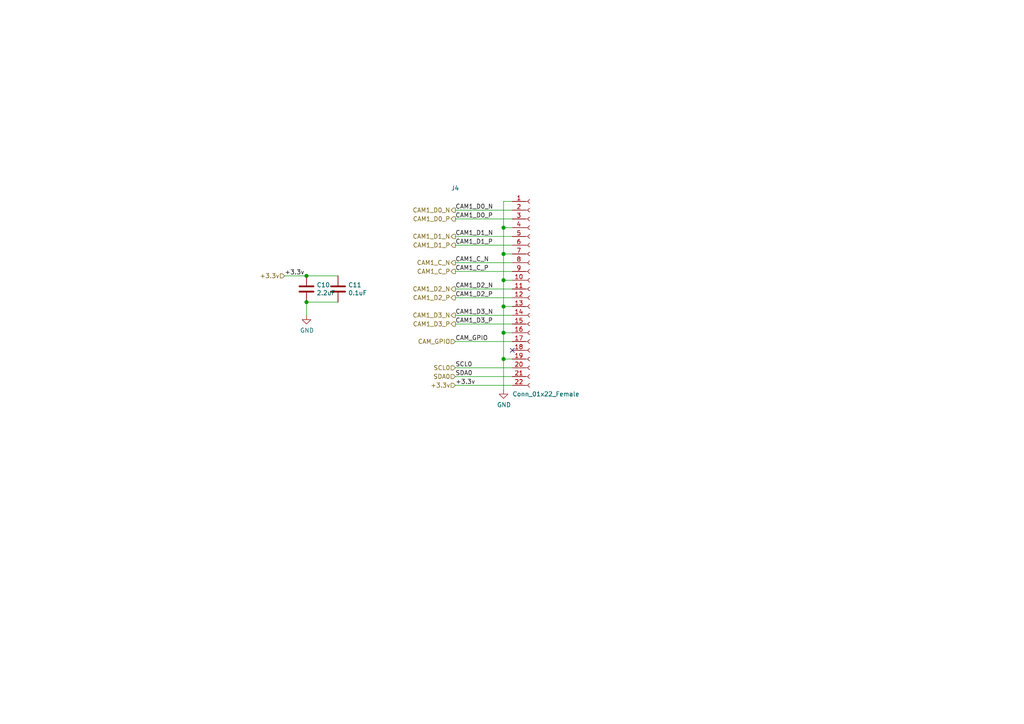
<source format=kicad_sch>
(kicad_sch (version 20210406) (generator eeschema)
  (paper "A4")
  (lib_symbols
    (symbol "Connector:Conn_01x22_Female" (pin_names (offset 1.016) hide)
      (property "Reference" "J" (at 0 27.94 0))
      (property "Value" "Conn_01x22_Female" (at 0 -30.48 0))
      (symbol "Conn_01x22_Female_1_1"
        (arc (start 0 -27.432) (end 0 -28.448) (radius (at 0 -27.94) (length 0.508) (angles 90.1 -90.1)) (stroke (width 0.1524)))
        (arc (start 0 -24.892) (end 0 -25.908) (radius (at 0 -25.4) (length 0.508) (angles 90.1 -90.1)) (stroke (width 0.1524)))
        (arc (start 0 -22.352) (end 0 -23.368) (radius (at 0 -22.86) (length 0.508) (angles 90.1 -90.1)) (stroke (width 0.1524)))
        (arc (start 0 -19.812) (end 0 -20.828) (radius (at 0 -20.32) (length 0.508) (angles 90.1 -90.1)) (stroke (width 0.1524)))
        (arc (start 0 -17.272) (end 0 -18.288) (radius (at 0 -17.78) (length 0.508) (angles 90.1 -90.1)) (stroke (width 0.1524)))
        (arc (start 0 -14.732) (end 0 -15.748) (radius (at 0 -15.24) (length 0.508) (angles 90.1 -90.1)) (stroke (width 0.1524)))
        (arc (start 0 -12.192) (end 0 -13.208) (radius (at 0 -12.7) (length 0.508) (angles 90.1 -90.1)) (stroke (width 0.1524)))
        (arc (start 0 -9.652) (end 0 -10.668) (radius (at 0 -10.16) (length 0.508) (angles 90.1 -90.1)) (stroke (width 0.1524)))
        (arc (start 0 -7.112) (end 0 -8.128) (radius (at 0 -7.62) (length 0.508) (angles 90.1 -90.1)) (stroke (width 0.1524)))
        (arc (start 0 -4.572) (end 0 -5.588) (radius (at 0 -5.08) (length 0.508) (angles 90.1 -90.1)) (stroke (width 0.1524)))
        (arc (start 0 -2.032) (end 0 -3.048) (radius (at 0 -2.54) (length 0.508) (angles 90.1 -90.1)) (stroke (width 0.1524)))
        (arc (start 0 0.508) (end 0 -0.508) (radius (at 0 0) (length 0.508) (angles 90.1 -90.1)) (stroke (width 0.1524)))
        (arc (start 0 3.048) (end 0 2.032) (radius (at 0 2.54) (length 0.508) (angles 90.1 -90.1)) (stroke (width 0.1524)))
        (arc (start 0 5.588) (end 0 4.572) (radius (at 0 5.08) (length 0.508) (angles 90.1 -90.1)) (stroke (width 0.1524)))
        (arc (start 0 8.128) (end 0 7.112) (radius (at 0 7.62) (length 0.508) (angles 90.1 -90.1)) (stroke (width 0.1524)))
        (arc (start 0 10.668) (end 0 9.652) (radius (at 0 10.16) (length 0.508) (angles 90.1 -90.1)) (stroke (width 0.1524)))
        (arc (start 0 13.208) (end 0 12.192) (radius (at 0 12.7) (length 0.508) (angles 90.1 -90.1)) (stroke (width 0.1524)))
        (arc (start 0 15.748) (end 0 14.732) (radius (at 0 15.24) (length 0.508) (angles 90.1 -90.1)) (stroke (width 0.1524)))
        (arc (start 0 18.288) (end 0 17.272) (radius (at 0 17.78) (length 0.508) (angles 90.1 -90.1)) (stroke (width 0.1524)))
        (arc (start 0 20.828) (end 0 19.812) (radius (at 0 20.32) (length 0.508) (angles 90.1 -90.1)) (stroke (width 0.1524)))
        (arc (start 0 23.368) (end 0 22.352) (radius (at 0 22.86) (length 0.508) (angles 90.1 -90.1)) (stroke (width 0.1524)))
        (arc (start 0 25.908) (end 0 24.892) (radius (at 0 25.4) (length 0.508) (angles 90.1 -90.1)) (stroke (width 0.1524)))
        (polyline (pts (xy -1.27 -27.94) (xy -0.508 -27.94)) (stroke (width 0.1524)))
        (polyline (pts (xy -1.27 -25.4) (xy -0.508 -25.4)) (stroke (width 0.1524)))
        (polyline (pts (xy -1.27 -22.86) (xy -0.508 -22.86)) (stroke (width 0.1524)))
        (polyline (pts (xy -1.27 -20.32) (xy -0.508 -20.32)) (stroke (width 0.1524)))
        (polyline (pts (xy -1.27 -17.78) (xy -0.508 -17.78)) (stroke (width 0.1524)))
        (polyline (pts (xy -1.27 -15.24) (xy -0.508 -15.24)) (stroke (width 0.1524)))
        (polyline (pts (xy -1.27 -12.7) (xy -0.508 -12.7)) (stroke (width 0.1524)))
        (polyline (pts (xy -1.27 -10.16) (xy -0.508 -10.16)) (stroke (width 0.1524)))
        (polyline (pts (xy -1.27 -7.62) (xy -0.508 -7.62)) (stroke (width 0.1524)))
        (polyline (pts (xy -1.27 -5.08) (xy -0.508 -5.08)) (stroke (width 0.1524)))
        (polyline (pts (xy -1.27 -2.54) (xy -0.508 -2.54)) (stroke (width 0.1524)))
        (polyline (pts (xy -1.27 0) (xy -0.508 0)) (stroke (width 0.1524)))
        (polyline (pts (xy -1.27 2.54) (xy -0.508 2.54)) (stroke (width 0.1524)))
        (polyline (pts (xy -1.27 5.08) (xy -0.508 5.08)) (stroke (width 0.1524)))
        (polyline (pts (xy -1.27 7.62) (xy -0.508 7.62)) (stroke (width 0.1524)))
        (polyline (pts (xy -1.27 10.16) (xy -0.508 10.16)) (stroke (width 0.1524)))
        (polyline (pts (xy -1.27 12.7) (xy -0.508 12.7)) (stroke (width 0.1524)))
        (polyline (pts (xy -1.27 15.24) (xy -0.508 15.24)) (stroke (width 0.1524)))
        (polyline (pts (xy -1.27 17.78) (xy -0.508 17.78)) (stroke (width 0.1524)))
        (polyline (pts (xy -1.27 20.32) (xy -0.508 20.32)) (stroke (width 0.1524)))
        (polyline (pts (xy -1.27 22.86) (xy -0.508 22.86)) (stroke (width 0.1524)))
        (polyline (pts (xy -1.27 25.4) (xy -0.508 25.4)) (stroke (width 0.1524)))
        (pin passive line (at -5.08 25.4 0) (length 3.81) (name "Pin_1") (number "1"))
        (pin passive line (at -5.08 2.54 0) (length 3.81) (name "Pin_10") (number "10"))
        (pin passive line (at -5.08 0 0) (length 3.81) (name "Pin_11") (number "11"))
        (pin passive line (at -5.08 -2.54 0) (length 3.81) (name "Pin_12") (number "12"))
        (pin passive line (at -5.08 -5.08 0) (length 3.81) (name "Pin_13") (number "13"))
        (pin passive line (at -5.08 -7.62 0) (length 3.81) (name "Pin_14") (number "14"))
        (pin passive line (at -5.08 -10.16 0) (length 3.81) (name "Pin_15") (number "15"))
        (pin passive line (at -5.08 -12.7 0) (length 3.81) (name "Pin_16") (number "16"))
        (pin passive line (at -5.08 -15.24 0) (length 3.81) (name "Pin_17") (number "17"))
        (pin passive line (at -5.08 -17.78 0) (length 3.81) (name "Pin_18") (number "18"))
        (pin passive line (at -5.08 -20.32 0) (length 3.81) (name "Pin_19") (number "19"))
        (pin passive line (at -5.08 22.86 0) (length 3.81) (name "Pin_2") (number "2"))
        (pin passive line (at -5.08 -22.86 0) (length 3.81) (name "Pin_20") (number "20"))
        (pin passive line (at -5.08 -25.4 0) (length 3.81) (name "Pin_21") (number "21"))
        (pin passive line (at -5.08 -27.94 0) (length 3.81) (name "Pin_22") (number "22"))
        (pin passive line (at -5.08 20.32 0) (length 3.81) (name "Pin_3") (number "3"))
        (pin passive line (at -5.08 17.78 0) (length 3.81) (name "Pin_4") (number "4"))
        (pin passive line (at -5.08 15.24 0) (length 3.81) (name "Pin_5") (number "5"))
        (pin passive line (at -5.08 12.7 0) (length 3.81) (name "Pin_6") (number "6"))
        (pin passive line (at -5.08 10.16 0) (length 3.81) (name "Pin_7") (number "7"))
        (pin passive line (at -5.08 7.62 0) (length 3.81) (name "Pin_8") (number "8"))
        (pin passive line (at -5.08 5.08 0) (length 3.81) (name "Pin_9") (number "9"))
      )
    )
    (symbol "Device:C" (pin_numbers hide) (pin_names (offset 0.254))
      (property "Reference" "C" (at 0.635 2.54 0))
      (property "Value" "C" (at 0.635 -2.54 0))
      (symbol "C_0_1"
        (polyline (pts (xy -2.032 -0.762) (xy 2.032 -0.762)) (stroke (width 0.508)))
        (polyline (pts (xy -2.032 0.762) (xy 2.032 0.762)) (stroke (width 0.508)))
      )
      (symbol "C_1_1"
        (pin passive line (at 0 3.81 270) (length 2.794) (name "~") (number "1"))
        (pin passive line (at 0 -3.81 90) (length 2.794) (name "~") (number "2"))
      )
    )
    (symbol "power:GND" (power) (pin_names (offset 0))
      (property "Value" "GND" (at 0 -3.81 0))
      (symbol "GND_0_1"
        (polyline (pts (xy 0 0) (xy 0 -1.27) (xy 1.27 -1.27) (xy 0 -2.54) (xy -1.27 -1.27) (xy 0 -1.27)))
      )
      (symbol "GND_1_1"
        (pin power_in line (at 0 0 270) (length 0) hide (name "GND") (number "1"))
      )
    )
  )
  (junction (at 88.9 80.01) (diameter 1.016))
  (junction (at 88.9 87.63) (diameter 1.016))
  (junction (at 146.05 66.04) (diameter 1.016))
  (junction (at 146.05 73.66) (diameter 1.016))
  (junction (at 146.05 81.28) (diameter 1.016))
  (junction (at 146.05 88.9) (diameter 1.016))
  (junction (at 146.05 96.52) (diameter 1.016))
  (junction (at 146.05 104.14) (diameter 1.016))
  (no_connect (at 148.59 101.6))
  (wire (pts (xy 82.55 80.01) (xy 88.9 80.01)))
  (wire (pts (xy 88.9 80.01) (xy 98.044 80.01)))
  (wire (pts (xy 88.9 87.63) (xy 98.044 87.63)))
  (wire (pts (xy 88.9 91.44) (xy 88.9 87.63)))
  (wire (pts (xy 132.08 60.96) (xy 148.59 60.96)))
  (wire (pts (xy 132.08 63.5) (xy 148.59 63.5)))
  (wire (pts (xy 132.08 68.58) (xy 148.59 68.58)))
  (wire (pts (xy 132.08 71.12) (xy 148.59 71.12)))
  (wire (pts (xy 132.08 76.2) (xy 148.59 76.2)))
  (wire (pts (xy 132.08 78.74) (xy 148.59 78.74)))
  (wire (pts (xy 132.08 83.82) (xy 148.59 83.82)))
  (wire (pts (xy 132.08 86.36) (xy 148.59 86.36)))
  (wire (pts (xy 132.08 91.44) (xy 148.59 91.44)))
  (wire (pts (xy 132.08 93.98) (xy 148.59 93.98)))
  (wire (pts (xy 132.08 99.06) (xy 148.59 99.06)))
  (wire (pts (xy 146.05 58.42) (xy 146.05 66.04)))
  (wire (pts (xy 146.05 66.04) (xy 146.05 73.66)))
  (wire (pts (xy 146.05 66.04) (xy 148.59 66.04)))
  (wire (pts (xy 146.05 73.66) (xy 146.05 81.28)))
  (wire (pts (xy 146.05 73.66) (xy 148.59 73.66)))
  (wire (pts (xy 146.05 81.28) (xy 146.05 88.9)))
  (wire (pts (xy 146.05 81.28) (xy 148.59 81.28)))
  (wire (pts (xy 146.05 88.9) (xy 146.05 96.52)))
  (wire (pts (xy 146.05 88.9) (xy 148.59 88.9)))
  (wire (pts (xy 146.05 96.52) (xy 146.05 104.14)))
  (wire (pts (xy 146.05 96.52) (xy 148.59 96.52)))
  (wire (pts (xy 146.05 104.14) (xy 146.05 113.03)))
  (wire (pts (xy 146.05 104.14) (xy 148.59 104.14)))
  (wire (pts (xy 148.59 58.42) (xy 146.05 58.42)))
  (wire (pts (xy 148.59 106.68) (xy 132.08 106.68)))
  (wire (pts (xy 148.59 109.22) (xy 132.08 109.22)))
  (wire (pts (xy 148.59 111.76) (xy 132.08 111.76)))
  (label "+3.3v" (at 82.55 80.01 0))
  (label "CAM1_D0_N" (at 132.08 60.96 0))
  (label "CAM1_D0_P" (at 132.08 63.5 0))
  (label "CAM1_D1_N" (at 132.08 68.58 0))
  (label "CAM1_D1_P" (at 132.08 71.12 0))
  (label "CAM1_C_N" (at 132.08 76.2 0))
  (label "CAM1_C_P" (at 132.08 78.74 0))
  (label "CAM1_D2_N" (at 132.08 83.82 0))
  (label "CAM1_D2_P" (at 132.08 86.36 0))
  (label "CAM1_D3_N" (at 132.08 91.44 0))
  (label "CAM1_D3_P" (at 132.08 93.98 0))
  (label "CAM_GPIO" (at 132.08 99.06 0))
  (label "SCL0" (at 132.08 106.68 0))
  (label "SDA0" (at 132.08 109.22 0))
  (label "+3.3v" (at 132.08 111.76 0))
  (hierarchical_label "+3.3v" (shape input) (at 82.55 80.01 180))
  (hierarchical_label "CAM1_D0_N" (shape output) (at 132.08 60.96 180))
  (hierarchical_label "CAM1_D0_P" (shape output) (at 132.08 63.5 180))
  (hierarchical_label "CAM1_D1_N" (shape output) (at 132.08 68.58 180))
  (hierarchical_label "CAM1_D1_P" (shape output) (at 132.08 71.12 180))
  (hierarchical_label "CAM1_C_N" (shape output) (at 132.08 76.2 180))
  (hierarchical_label "CAM1_C_P" (shape output) (at 132.08 78.74 180))
  (hierarchical_label "CAM1_D2_N" (shape output) (at 132.08 83.82 180))
  (hierarchical_label "CAM1_D2_P" (shape output) (at 132.08 86.36 180))
  (hierarchical_label "CAM1_D3_N" (shape output) (at 132.08 91.44 180))
  (hierarchical_label "CAM1_D3_P" (shape output) (at 132.08 93.98 180))
  (hierarchical_label "CAM_GPIO" (shape input) (at 132.08 99.06 180))
  (hierarchical_label "SCL0" (shape input) (at 132.08 106.68 180))
  (hierarchical_label "SDA0" (shape input) (at 132.08 109.22 180))
  (hierarchical_label "+3.3v" (shape input) (at 132.08 111.76 180))
  (symbol (lib_id "power:GND") (at 88.9 91.44 0) (unit 1)
    (property "Reference" "#PWR0100" (effects hide))
    (property "Value" "GND" (at 89.027 95.8342 0))
  )
  (symbol (lib_id "power:GND") (at 146.05 113.03 0) (unit 1)
    (property "Reference" "#PWR0101" (effects hide))
    (property "Value" "GND" (at 146.177 117.4242 0))
  )
  (symbol (lib_id "Device:C") (at 88.9 83.82 0) (unit 1)
    (property "Reference" "C10" (at 91.821 82.6516 0) (effects (justify left)))
    (property "Value" "2.2uF" (at 91.821 84.963 0) (effects (justify left)))
    (property "Footprint" "Capacitor_SMD:C_0603_1608Metric" (effects hide))
    (property "Field5" "490-14381-1-ND" (effects hide))
    (property "Field4" "Digikey" (effects hide))
    (property "Field6" "GRM21BR71A106KA73L" (effects hide))
    (property "Field7" "Murata" (effects hide))
    (property "Part Description" "	10uF 10% 10V Ceramic Capacitor X7R 0805 (2012 Metric)" (effects hide))
    (property "Field8" "111893011" (effects hide))
  )
  (symbol (lib_id "Device:C") (at 98.044 83.82 0) (unit 1)
    (property "Reference" "C11" (at 100.965 82.6516 0) (effects (justify left)))
    (property "Value" "0.1uF" (at 100.965 84.963 0) (effects (justify left)))
    (property "Footprint" "Capacitor_SMD:C_0603_1608Metric" (effects hide))
    (property "Field5" "490-14381-1-ND" (effects hide))
    (property "Field4" "Digikey" (effects hide))
    (property "Field6" "GRM21BR71A106KA73L" (effects hide))
    (property "Field7" "Murata" (effects hide))
    (property "Part Description" "	10uF 10% 10V Ceramic Capacitor X7R 0805 (2012 Metric)" (effects hide))
    (property "Field8" "111893011" (effects hide))
  )
  (symbol (lib_id "Connector:Conn_01x22_Female") (at 153.67 83.82 0) (unit 1)
    (property "Reference" "J4" (at 130.81 54.61 0) (effects (justify left)))
    (property "Value" "Conn_01x22_Female" (at 148.59 114.3 0) (effects (justify left)))
    (property "Footprint" "cm4crypto:SFV22R-2STE1HLF" (effects hide))
    (property "Field4" "Mouser" (effects hide))
    (property "Field5" "798-FH12-22S-0.5SH55" (effects hide))
    (property "Field6" "FH12-22S-0.5SH55" (effects hide))
    (property "Field7" "Hirose" (effects hide))
    (property "Part Description" "22 Position FFC, FPC Connector Contacts, Bottom 0.020\" (0.50mm) Surface Mount, Right Angle" (effects hide))
  )
)
</source>
